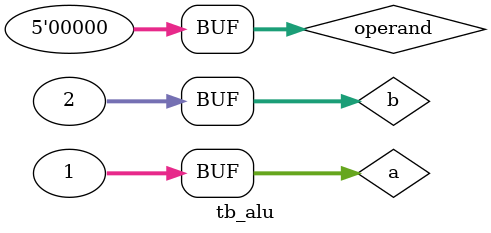
<source format=v>

module tb_alu();

    reg [4:0] operand;
    reg [31:0]  a;
    reg [31:0]  b;
    wire [31:0] res;
    wire flag;

    RISC_V_ALU alu(operand, a, b, res, flag);

    initial
    begin
        a <= 1;
        b <= 2;
        operand <= 5'b00000;
    end

endmodule
</source>
